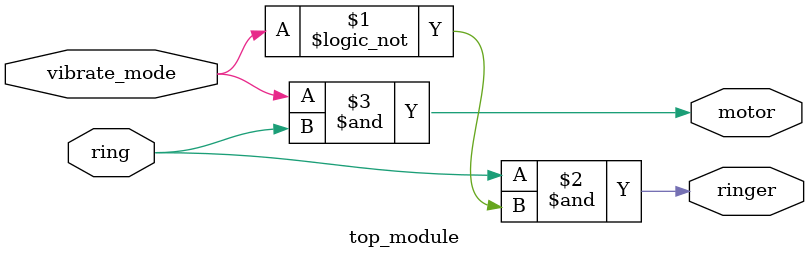
<source format=v>
module top_module (
    input ring,
    input vibrate_mode,
    output ringer,       // Make sound
    output motor         // Vibrate
);
assign ringer=ring &!vibrate_mode;
    assign motor=vibrate_mode&ring;
endmodule

</source>
